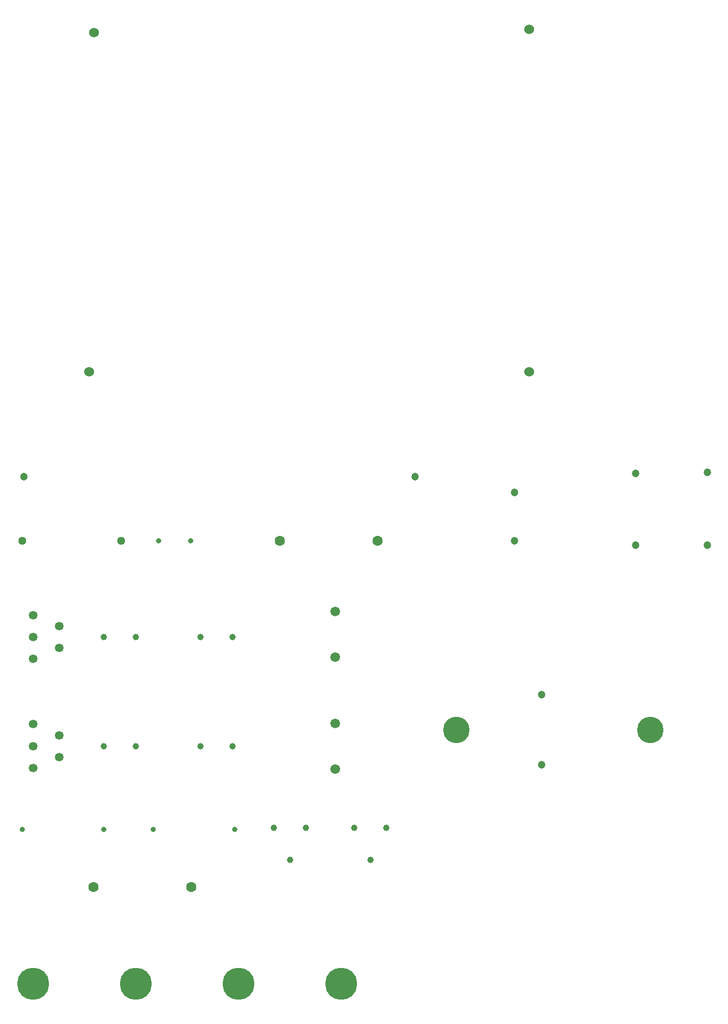
<source format=gbr>
%TF.GenerationSoftware,KiCad,Pcbnew,7.0.7*%
%TF.CreationDate,2023-12-20T01:37:44+05:30*%
%TF.ProjectId,Power Supply,506f7765-7220-4537-9570-706c792e6b69,rev?*%
%TF.SameCoordinates,Original*%
%TF.FileFunction,Plated,1,2,PTH,Drill*%
%TF.FilePolarity,Positive*%
%FSLAX46Y46*%
G04 Gerber Fmt 4.6, Leading zero omitted, Abs format (unit mm)*
G04 Created by KiCad (PCBNEW 7.0.7) date 2023-12-20 01:37:44*
%MOMM*%
%LPD*%
G01*
G04 APERTURE LIST*
%TA.AperFunction,ComponentDrill*%
%ADD10C,0.800000*%
%TD*%
%TA.AperFunction,ComponentDrill*%
%ADD11C,1.000000*%
%TD*%
%TA.AperFunction,ComponentDrill*%
%ADD12C,1.193800*%
%TD*%
%TA.AperFunction,ComponentDrill*%
%ADD13C,1.200000*%
%TD*%
%TA.AperFunction,ComponentDrill*%
%ADD14C,1.290000*%
%TD*%
%TA.AperFunction,ComponentDrill*%
%ADD15C,1.350000*%
%TD*%
%TA.AperFunction,ComponentDrill*%
%ADD16C,1.500000*%
%TD*%
%TA.AperFunction,ComponentDrill*%
%ADD17C,1.524000*%
%TD*%
%TA.AperFunction,ComponentDrill*%
%ADD18C,1.600000*%
%TD*%
%TA.AperFunction,ComponentDrill*%
%ADD19C,4.114800*%
%TD*%
%TA.AperFunction,ComponentDrill*%
%ADD20C,5.000000*%
%TD*%
G04 APERTURE END LIST*
D10*
%TO.C,R2*%
X91300000Y-151000000D03*
X104000000Y-151000000D03*
%TO.C,R3*%
X111650000Y-151000000D03*
%TO.C,C2*%
X112500000Y-106000000D03*
X117500000Y-106000000D03*
%TO.C,R3*%
X124350000Y-151000000D03*
D11*
%TO.C,C3*%
X104000000Y-121000000D03*
%TO.C,C4*%
X104000000Y-138000000D03*
%TO.C,C3*%
X109000000Y-121000000D03*
%TO.C,C4*%
X109000000Y-138000000D03*
%TO.C,C5*%
X119000000Y-121000000D03*
%TO.C,C6*%
X119000000Y-138000000D03*
%TO.C,C5*%
X124000000Y-121000000D03*
%TO.C,C6*%
X124000000Y-138000000D03*
%TO.C,RV2*%
X130500000Y-150760000D03*
X133000000Y-155760000D03*
X135500000Y-150760000D03*
%TO.C,RV1*%
X143000000Y-150760000D03*
X145500000Y-155760000D03*
X148000000Y-150760000D03*
D12*
%TO.C,T2*%
X172222000Y-130000000D03*
X172222000Y-140922000D03*
D13*
%TO.C,R1*%
X91520000Y-96000000D03*
X152480000Y-96000000D03*
%TO.C,C1*%
X168000000Y-98500000D03*
X168000000Y-106000000D03*
%TO.C,D1*%
X186824000Y-95512000D03*
X186824000Y-106688000D03*
X198000000Y-95385000D03*
X198000000Y-106688000D03*
D14*
%TO.C,D2*%
X91285000Y-106000000D03*
X106715000Y-106000000D03*
D15*
%TO.C,U1*%
X93000000Y-117600000D03*
X93000000Y-121000000D03*
X93000000Y-124400000D03*
%TO.C,U2*%
X93000000Y-134600000D03*
X93000000Y-138000000D03*
X93000000Y-141400000D03*
%TO.C,U1*%
X97000000Y-119300000D03*
X97000000Y-122700000D03*
%TO.C,U2*%
X97000000Y-136300000D03*
X97000000Y-139700000D03*
D16*
%TO.C,L1*%
X140000000Y-117000000D03*
X140000000Y-124110000D03*
%TO.C,L2*%
X140000000Y-134445000D03*
X140000000Y-141555000D03*
D17*
%TO.C,TR1*%
X101710000Y-79670000D03*
X102472000Y-26838000D03*
X170290000Y-26330000D03*
X170290000Y-79670000D03*
D18*
%TO.C,D4*%
X102380000Y-160000000D03*
X117620000Y-160000000D03*
%TO.C,D3*%
X131380000Y-106000000D03*
X146620000Y-106000000D03*
D19*
%TO.C,T2*%
X158887000Y-135461000D03*
X189113000Y-135461000D03*
D20*
%TO.C,J1*%
X93000000Y-175000000D03*
%TO.C,J2*%
X109000000Y-175000000D03*
%TO.C,J3*%
X125000000Y-175000000D03*
%TO.C,J4*%
X141000000Y-175000000D03*
M02*

</source>
